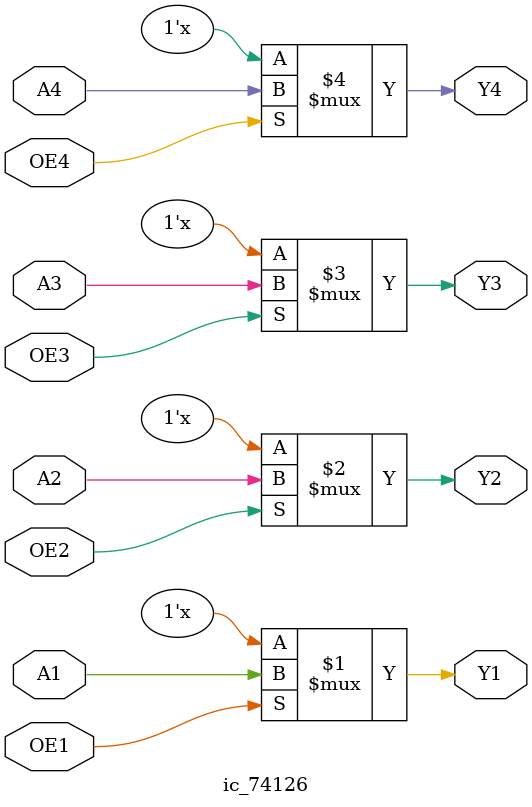
<source format=v>


module ic_74126(
    Y1, A1, OE1,
    Y2, A2, OE2,
    Y3, A3, OE3,
    Y4, A4, OE4);
    output Y1, Y2, Y3, Y4;
    input A1, A2, A3, A4;
    input OE1, OE2, OE3, OE4;

    assign Y1 = (OE1) ? A1 : 1'bZ;
    assign Y2 = (OE2) ? A2 : 1'bZ;
    assign Y3 = (OE3) ? A3 : 1'bZ;
    assign Y4 = (OE4) ? A4 : 1'bZ;

endmodule

</source>
